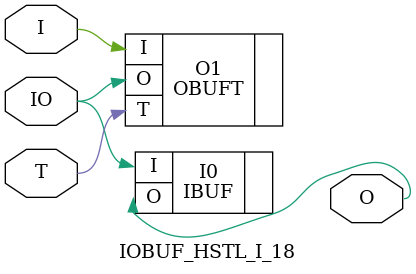
<source format=v>


`timescale  1 ps / 1 ps


module IOBUF_HSTL_I_18 (O, IO, I, T);

    output O;

    inout  IO;

    input  I, T;

        OBUFT #(.IOSTANDARD("HSTL_I_18") ) O1 (.O(IO), .I(I), .T(T)); 
	IBUF #(.IOSTANDARD("HSTL_I_18"))  I0 (.O(O), .I(IO));
        

endmodule



</source>
